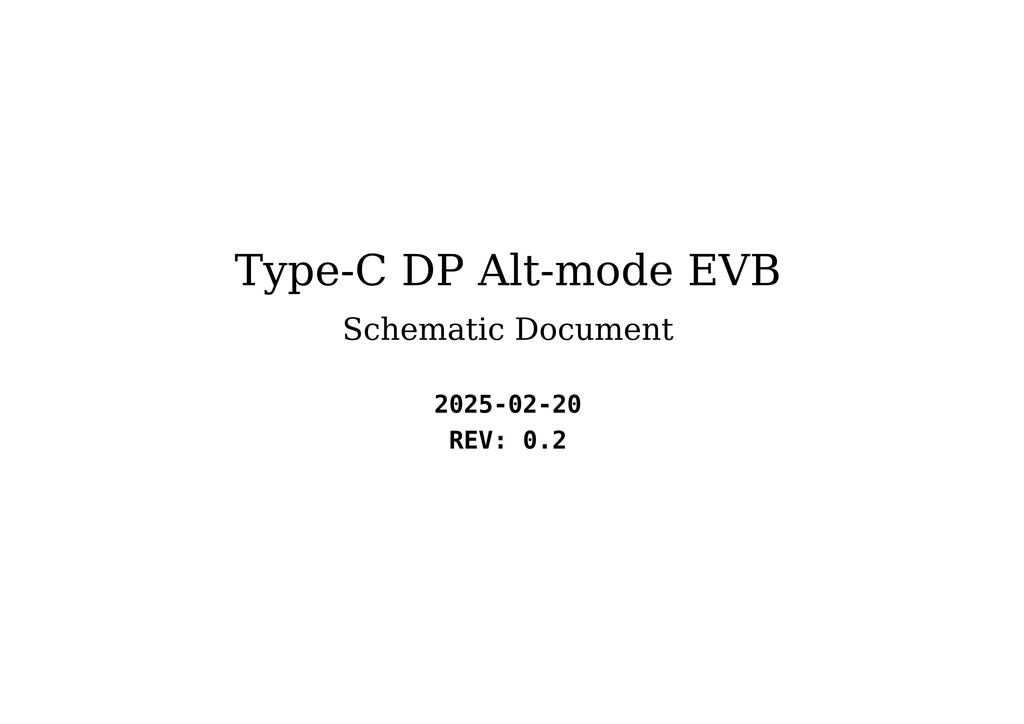
<source format=kicad_sch>
(kicad_sch
	(version 20231120)
	(generator "eeschema")
	(generator_version "8.0")
	(uuid "76c5a74b-68e9-432e-b83d-af6df3f9ddee")
	(paper "A4")
	(lib_symbols)
	(text "REV: 0.2"
		(exclude_from_sim no)
		(at 147.32 129.54 0)
		(effects
			(font
				(face "Courier New")
				(size 5.08 5.08)
				(bold yes)
				(color 0 0 0 1)
			)
		)
		(uuid "1e16dbf3-91af-41c3-b6e0-b4d7227c57a4")
	)
	(text "2025-02-20"
		(exclude_from_sim no)
		(at 147.32 119.126 0)
		(effects
			(font
				(face "Courier New")
				(size 5.08 5.08)
				(thickness 0.508)
				(bold yes)
				(color 0 0 0 1)
			)
		)
		(uuid "39e171c2-5e54-4663-a97c-18c8451ce486")
	)
	(text "Type-C DP Alt-mode EVB"
		(exclude_from_sim no)
		(at 147.32 81.534 0)
		(effects
			(font
				(face "Times New Roman")
				(size 8.89 8.89)
				(color 0 0 0 1)
			)
		)
		(uuid "556492df-88b7-4faa-a694-628d9c649e78")
	)
	(text "Schematic Document\n"
		(exclude_from_sim no)
		(at 147.32 97.79 0)
		(effects
			(font
				(face "Times New Roman")
				(size 6.35 6.35)
				(color 0 0 0 1)
			)
		)
		(uuid "f549c3ee-9848-45cd-92a7-d34cbc0ff802")
	)
)

</source>
